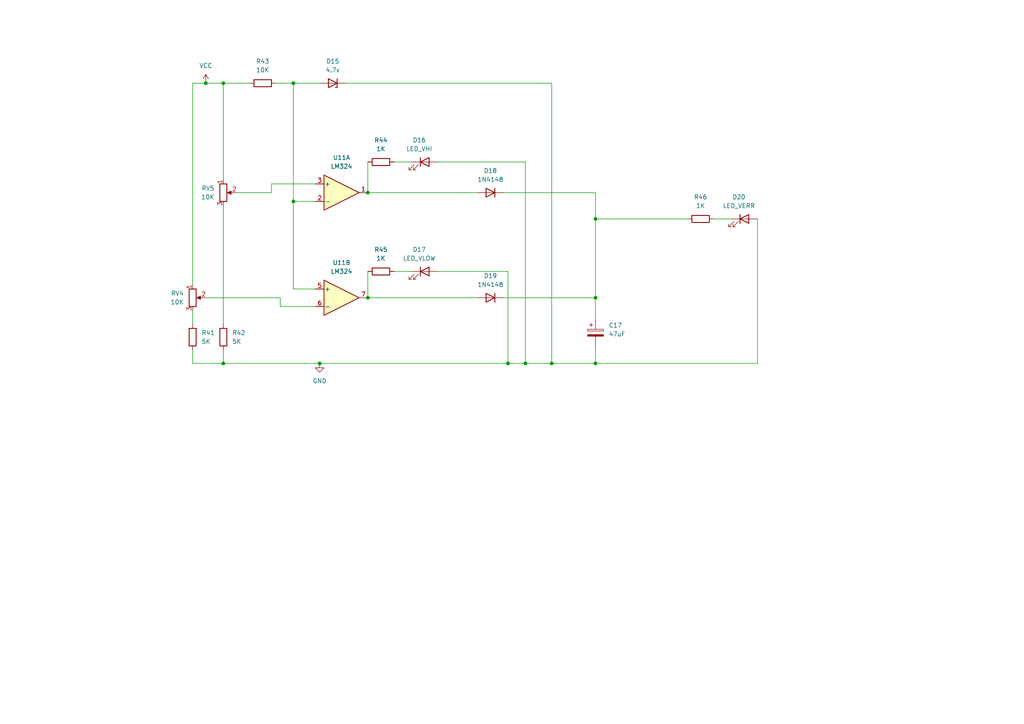
<source format=kicad_sch>
(kicad_sch (version 20211123) (generator eeschema)
  (paper "A4")
  (lib_symbols
    (symbol "Amplifier_Operational:LM324" (pin_names (offset 0.127))
      (property "Reference" "U" (at 0 5.08 0))
      (property "Value" "LM324" (at 0 -5.08 0))
      (symbol "LM324_1_1"
        (polyline (pts (xy -5.08 5.08) (xy 5.08 0) (xy -5.08 -5.08) (xy -5.08 5.08)) (stroke (width 0.254)) (fill (type background)))
        (pin output line (at 7.62 0 180) (length 2.54) (name "~") (number "1"))
        (pin input line (at -7.62 -2.54 0) (length 2.54) (name "-") (number "2"))
        (pin input line (at -7.62 2.54 0) (length 2.54) (name "+") (number "3"))
      )
      (symbol "LM324_2_1"
        (polyline (pts (xy -5.08 5.08) (xy 5.08 0) (xy -5.08 -5.08) (xy -5.08 5.08)) (stroke (width 0.254)) (fill (type background)))
        (pin input line (at -7.62 2.54 0) (length 2.54) (name "+") (number "5"))
        (pin input line (at -7.62 -2.54 0) (length 2.54) (name "-") (number "6"))
        (pin output line (at 7.62 0 180) (length 2.54) (name "~") (number "7"))
      )
      (symbol "LM324_3_1"
        (polyline (pts (xy -5.08 5.08) (xy 5.08 0) (xy -5.08 -5.08) (xy -5.08 5.08)) (stroke (width 0.254)) (fill (type background)))
        (pin input line (at -7.62 2.54 0) (length 2.54) (name "+") (number "10"))
        (pin output line (at 7.62 0 180) (length 2.54) (name "~") (number "8"))
        (pin input line (at -7.62 -2.54 0) (length 2.54) (name "-") (number "9"))
      )
      (symbol "LM324_4_1"
        (polyline (pts (xy -5.08 5.08) (xy 5.08 0) (xy -5.08 -5.08) (xy -5.08 5.08)) (stroke (width 0.254)) (fill (type background)))
        (pin input line (at -7.62 2.54 0) (length 2.54) (name "+") (number "12"))
        (pin input line (at -7.62 -2.54 0) (length 2.54) (name "-") (number "13"))
        (pin output line (at 7.62 0 180) (length 2.54) (name "~") (number "14"))
      )
      (symbol "LM324_5_1"
        (pin power_in line (at -2.54 -7.62 90) (length 3.81) (name "V-") (number "11"))
        (pin power_in line (at -2.54 7.62 270) (length 3.81) (name "V+") (number "4"))
      )
    )
    (symbol "Device:C_Polarized" (pin_numbers hide) (pin_names (offset 0.254))
      (property "Reference" "C" (at 0.635 2.54 0))
      (property "Value" "C_Polarized" (at 0.635 -2.54 0))
      (symbol "C_Polarized_0_1"
        (rectangle (start -2.286 0.508) (end 2.286 1.016))
        (polyline (pts (xy -1.778 2.286) (xy -0.762 2.286)))
        (polyline (pts (xy -1.27 2.794) (xy -1.27 1.778)))
        (rectangle (start 2.286 -0.508) (end -2.286 -1.016) (fill (type outline)))
      )
      (symbol "C_Polarized_1_1"
        (pin passive line (at 0 3.81 270) (length 2.794) (name "~") (number "1"))
        (pin passive line (at 0 -3.81 90) (length 2.794) (name "~") (number "2"))
      )
    )
    (symbol "Device:D" (pin_numbers hide) (pin_names (offset 1.016) hide)
      (property "Reference" "D" (at 0 2.54 0))
      (property "Value" "D" (at 0 -2.54 0))
      (symbol "D_0_1"
        (polyline (pts (xy -1.27 1.27) (xy -1.27 -1.27)) (stroke (width 0.254)))
        (polyline (pts (xy 1.27 0) (xy -1.27 0)))
        (polyline (pts (xy 1.27 1.27) (xy 1.27 -1.27) (xy -1.27 0) (xy 1.27 1.27)) (stroke (width 0.254)))
      )
      (symbol "D_1_1"
        (pin passive line (at -3.81 0 0) (length 2.54) (name "K") (number "1"))
        (pin passive line (at 3.81 0 180) (length 2.54) (name "A") (number "2"))
      )
    )
    (symbol "Device:D_Zener" (pin_numbers hide) (pin_names (offset 1.016) hide)
      (property "Reference" "D" (at 0 2.54 0))
      (property "Value" "D_Zener" (at 0 -2.54 0))
      (symbol "D_Zener_0_1"
        (polyline (pts (xy 1.27 0) (xy -1.27 0)))
        (polyline (pts (xy -1.27 -1.27) (xy -1.27 1.27) (xy -0.762 1.27)) (stroke (width 0.254)))
        (polyline (pts (xy 1.27 -1.27) (xy 1.27 1.27) (xy -1.27 0) (xy 1.27 -1.27)) (stroke (width 0.254)))
      )
      (symbol "D_Zener_1_1"
        (pin passive line (at -3.81 0 0) (length 2.54) (name "K") (number "1"))
        (pin passive line (at 3.81 0 180) (length 2.54) (name "A") (number "2"))
      )
    )
    (symbol "Device:LED" (pin_numbers hide) (pin_names (offset 1.016) hide)
      (property "Reference" "D" (at 0 2.54 0))
      (property "Value" "LED" (at 0 -2.54 0))
      (symbol "LED_0_1"
        (polyline (pts (xy -1.27 -1.27) (xy -1.27 1.27)) (stroke (width 0.254)))
        (polyline (pts (xy -1.27 0) (xy 1.27 0)))
        (polyline (pts (xy 1.27 -1.27) (xy 1.27 1.27) (xy -1.27 0) (xy 1.27 -1.27)) (stroke (width 0.254)))
        (polyline (pts (xy -3.048 -0.762) (xy -4.572 -2.286) (xy -3.81 -2.286) (xy -4.572 -2.286) (xy -4.572 -1.524)))
        (polyline (pts (xy -1.778 -0.762) (xy -3.302 -2.286) (xy -2.54 -2.286) (xy -3.302 -2.286) (xy -3.302 -1.524)))
      )
      (symbol "LED_1_1"
        (pin passive line (at -3.81 0 0) (length 2.54) (name "K") (number "1"))
        (pin passive line (at 3.81 0 180) (length 2.54) (name "A") (number "2"))
      )
    )
    (symbol "Device:R" (pin_numbers hide) (pin_names (offset 0))
      (property "Reference" "R" (at 2.032 0 90))
      (property "Value" "R" (at 0 0 90))
      (symbol "R_0_1"
        (rectangle (start -1.016 -2.54) (end 1.016 2.54) (stroke (width 0.254)))
      )
      (symbol "R_1_1"
        (pin passive line (at 0 3.81 270) (length 1.27) (name "~") (number "1"))
        (pin passive line (at 0 -3.81 90) (length 1.27) (name "~") (number "2"))
      )
    )
    (symbol "Device:R_Potentiometer" (pin_names (offset 1.016) hide)
      (property "Reference" "RV" (at -4.445 0 90))
      (property "Value" "R_Potentiometer" (at -2.54 0 90))
      (symbol "R_Potentiometer_0_1"
        (polyline (pts (xy 2.54 0) (xy 1.524 0)))
        (polyline (pts (xy 1.143 0) (xy 2.286 0.508) (xy 2.286 -0.508) (xy 1.143 0)) (fill (type outline)))
        (rectangle (start 1.016 2.54) (end -1.016 -2.54) (stroke (width 0.254)))
      )
      (symbol "R_Potentiometer_1_1"
        (pin passive line (at 0 3.81 270) (length 1.27) (name "1") (number "1"))
        (pin passive line (at 3.81 0 180) (length 1.27) (name "2") (number "2"))
        (pin passive line (at 0 -3.81 90) (length 1.27) (name "3") (number "3"))
      )
    )
    (symbol "power:GND" (power) (pin_names (offset 0))
      (property "Value" "GND" (at 0 -3.81 0))
      (symbol "GND_0_1"
        (polyline (pts (xy 0 0) (xy 0 -1.27) (xy 1.27 -1.27) (xy 0 -2.54) (xy -1.27 -1.27) (xy 0 -1.27)))
      )
      (symbol "GND_1_1"
        (pin power_in line (at 0 0 270) (length 0) hide (name "GND") (number "1"))
      )
    )
    (symbol "power:VCC" (power) (pin_names (offset 0))
      (property "Value" "VCC" (at 0 3.81 0))
      (symbol "VCC_0_1"
        (polyline (pts (xy -0.762 1.27) (xy 0 2.54)))
        (polyline (pts (xy 0 0) (xy 0 2.54)))
        (polyline (pts (xy 0 2.54) (xy 0.762 1.27)))
      )
      (symbol "VCC_1_1"
        (pin power_in line (at 0 0 90) (length 0) hide (name "VCC") (number "1"))
      )
    )
  )
  (junction (at 85.09 24.13))
  (junction (at 64.77 105.41))
  (junction (at 64.77 24.13))
  (junction (at 152.4 105.41))
  (junction (at 172.72 86.36))
  (junction (at 85.09 58.42))
  (junction (at 92.71 105.41))
  (junction (at 106.68 55.88))
  (junction (at 172.72 63.5))
  (junction (at 160.02 105.41))
  (junction (at 106.68 86.36))
  (junction (at 172.72 105.41))
  (junction (at 147.32 105.41))
  (junction (at 59.69 24.13))
  (wire (pts (xy 160.02 24.13) (xy 160.02 105.41)))
  (wire (pts (xy 138.43 55.88) (xy 106.68 55.88)))
  (wire (pts (xy 207.01 63.5) (xy 212.09 63.5)))
  (wire (pts (xy 106.68 78.74) (xy 106.68 86.36)))
  (wire (pts (xy 78.74 53.34) (xy 91.44 53.34)))
  (wire (pts (xy 55.88 24.13) (xy 59.69 24.13)))
  (wire (pts (xy 55.88 24.13) (xy 55.88 82.55)))
  (wire (pts (xy 91.44 58.42) (xy 85.09 58.42)))
  (wire (pts (xy 172.72 105.41) (xy 219.71 105.41)))
  (wire (pts (xy 64.77 101.6) (xy 64.77 105.41)))
  (wire (pts (xy 172.72 63.5) (xy 199.39 63.5)))
  (wire (pts (xy 64.77 59.69) (xy 64.77 93.98)))
  (wire (pts (xy 64.77 105.41) (xy 55.88 105.41)))
  (wire (pts (xy 127 78.74) (xy 147.32 78.74)))
  (wire (pts (xy 80.01 24.13) (xy 85.09 24.13)))
  (wire (pts (xy 127 46.99) (xy 152.4 46.99)))
  (wire (pts (xy 85.09 58.42) (xy 85.09 24.13)))
  (wire (pts (xy 152.4 105.41) (xy 147.32 105.41)))
  (wire (pts (xy 146.05 55.88) (xy 172.72 55.88)))
  (wire (pts (xy 81.28 88.9) (xy 91.44 88.9)))
  (wire (pts (xy 219.71 63.5) (xy 219.71 105.41)))
  (wire (pts (xy 85.09 83.82) (xy 85.09 58.42)))
  (wire (pts (xy 138.43 86.36) (xy 106.68 86.36)))
  (wire (pts (xy 64.77 24.13) (xy 72.39 24.13)))
  (wire (pts (xy 64.77 105.41) (xy 92.71 105.41)))
  (wire (pts (xy 81.28 86.36) (xy 81.28 88.9)))
  (wire (pts (xy 100.33 24.13) (xy 160.02 24.13)))
  (wire (pts (xy 78.74 55.88) (xy 78.74 53.34)))
  (wire (pts (xy 160.02 105.41) (xy 172.72 105.41)))
  (wire (pts (xy 172.72 86.36) (xy 172.72 92.71)))
  (wire (pts (xy 59.69 86.36) (xy 81.28 86.36)))
  (wire (pts (xy 152.4 46.99) (xy 152.4 105.41)))
  (wire (pts (xy 146.05 86.36) (xy 172.72 86.36)))
  (wire (pts (xy 147.32 78.74) (xy 147.32 105.41)))
  (wire (pts (xy 55.88 105.41) (xy 55.88 101.6)))
  (wire (pts (xy 64.77 24.13) (xy 64.77 52.07)))
  (wire (pts (xy 172.72 63.5) (xy 172.72 86.36)))
  (wire (pts (xy 119.38 46.99) (xy 114.3 46.99)))
  (wire (pts (xy 59.69 24.13) (xy 64.77 24.13)))
  (wire (pts (xy 55.88 93.98) (xy 55.88 90.17)))
  (wire (pts (xy 68.58 55.88) (xy 78.74 55.88)))
  (wire (pts (xy 119.38 78.74) (xy 114.3 78.74)))
  (wire (pts (xy 147.32 105.41) (xy 92.71 105.41)))
  (wire (pts (xy 106.68 46.99) (xy 106.68 55.88)))
  (wire (pts (xy 172.72 100.33) (xy 172.72 105.41)))
  (wire (pts (xy 91.44 83.82) (xy 85.09 83.82)))
  (wire (pts (xy 172.72 55.88) (xy 172.72 63.5)))
  (wire (pts (xy 85.09 24.13) (xy 92.71 24.13)))
  (wire (pts (xy 160.02 105.41) (xy 152.4 105.41)))
  (symbol (lib_id "power:VCC") (at 59.69 24.13 0) (unit 1)
    (property "Reference" "#PWR034" (effects hide))
    (property "Value" "VCC" (at 59.69 19.05 0))
  )
  (symbol (lib_id "Device:LED") (at 215.9 63.5 0) (unit 1)
    (property "Reference" "D20" (at 214.3125 57.15 0))
    (property "Value" "LED_VERR" (at 214.3125 59.69 0))
  )
  (symbol (lib_id "Device:R") (at 110.49 46.99 90) (unit 1)
    (property "Reference" "R44" (at 110.49 40.64 90))
    (property "Value" "1K" (at 110.49 43.18 90))
  )
  (symbol (lib_id "Device:C_Polarized") (at 172.72 96.52 0) (unit 1)
    (property "Reference" "C17" (at 176.53 94.3609 0) (effects (justify left)))
    (property "Value" "47uF" (at 176.53 96.9009 0) (effects (justify left)))
  )
  (symbol (lib_id "Device:D") (at 142.24 55.88 180) (unit 1)
    (property "Reference" "D18" (at 142.24 49.53 0))
    (property "Value" "1N4148" (at 142.24 52.07 0))
  )
  (symbol (lib_id "Device:R") (at 76.2 24.13 90) (unit 1)
    (property "Reference" "R43" (at 76.2 17.78 90))
    (property "Value" "10K" (at 76.2 20.32 90))
  )
  (symbol (lib_id "Device:LED") (at 123.19 78.74 0) (unit 1)
    (property "Reference" "D17" (at 121.6025 72.39 0))
    (property "Value" "LED_VLOW" (at 121.6025 74.93 0))
  )
  (symbol (lib_id "Device:R") (at 64.77 97.79 0) (unit 1)
    (property "Reference" "R42" (at 67.31 96.5199 0) (effects (justify left)))
    (property "Value" "5K" (at 67.31 99.0599 0) (effects (justify left)))
  )
  (symbol (lib_id "Device:R_Potentiometer") (at 55.88 86.36 0) (unit 1)
    (property "Reference" "RV4" (at 53.34 85.0899 0) (effects (justify right)))
    (property "Value" "10K" (at 53.34 87.63 0) (effects (justify right)))
    (property "Footprint" "Potentiometer_THT:Potentiometer_Bourns_3296W_Vertical" (effects hide))
  )
  (symbol (lib_id "Device:LED") (at 123.19 46.99 0) (unit 1)
    (property "Reference" "D16" (at 121.6025 40.64 0))
    (property "Value" "LED_VHI" (at 121.6025 43.18 0))
  )
  (symbol (lib_id "Device:R") (at 203.2 63.5 90) (unit 1)
    (property "Reference" "R46" (at 203.2 57.15 90))
    (property "Value" "1K" (at 203.2 59.69 90))
  )
  (symbol (lib_id "Device:R") (at 110.49 78.74 90) (unit 1)
    (property "Reference" "R45" (at 110.49 72.39 90))
    (property "Value" "1K" (at 110.49 74.93 90))
  )
  (symbol (lib_id "power:GND") (at 92.71 105.41 0) (unit 1)
    (property "Reference" "#PWR035" (effects hide))
    (property "Value" "GND" (at 92.71 110.49 0))
  )
  (symbol (lib_id "Device:D") (at 142.24 86.36 180) (unit 1)
    (property "Reference" "D19" (at 142.24 80.01 0))
    (property "Value" "1N4148" (at 142.24 82.55 0))
  )
  (symbol (lib_id "Device:R") (at 55.88 97.79 0) (unit 1)
    (property "Reference" "R41" (at 58.42 96.5199 0) (effects (justify left)))
    (property "Value" "5K" (at 58.42 99.0599 0) (effects (justify left)))
  )
  (symbol (lib_id "Device:D_Zener") (at 96.52 24.13 180) (unit 1)
    (property "Reference" "D15" (at 96.52 17.78 0))
    (property "Value" "4.7v" (at 96.52 20.32 0))
  )
  (symbol (lib_id "Device:R_Potentiometer") (at 64.77 55.88 0) (unit 1)
    (property "Reference" "RV5" (at 62.23 54.6099 0) (effects (justify right)))
    (property "Value" "10K" (at 62.23 57.15 0) (effects (justify right)))
    (property "Footprint" "Potentiometer_THT:Potentiometer_Bourns_3296W_Vertical" (effects hide))
  )
  (symbol (lib_id "Amplifier_Operational:LM324") (at 99.06 86.36 0) (unit 2)
    (property "Reference" "U11" (at 99.06 76.2 0))
    (property "Value" "LM324" (at 99.06 78.74 0))
    (property "Footprint" "Package_DIP:DIP-14_W7.62mm" (effects hide))
    (property "Datasheet" "http://www.ti.com/lit/ds/symlink/lm2902-n.pdf" (effects hide))
  )
  (symbol (lib_id "Amplifier_Operational:LM324") (at 99.06 55.88 0) (unit 1)
    (property "Reference" "U11" (at 99.06 45.72 0))
    (property "Value" "LM324" (at 99.06 48.26 0))
    (property "Footprint" "Package_DIP:DIP-14_W7.62mm" (effects hide))
    (property "Datasheet" "http://www.ti.com/lit/ds/symlink/lm2902-n.pdf" (effects hide))
  )
)
</source>
